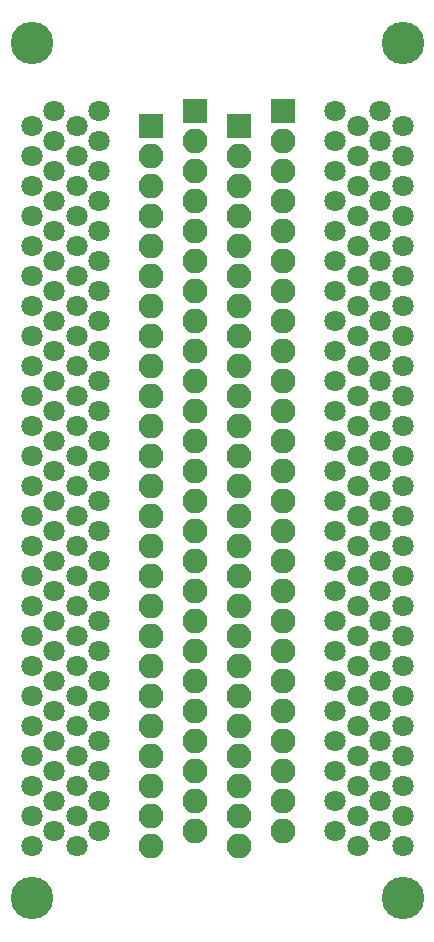
<source format=gbr>
G04 #@! TF.FileFunction,Soldermask,Bot*
%FSLAX46Y46*%
G04 Gerber Fmt 4.6, Leading zero omitted, Abs format (unit mm)*
G04 Created by KiCad (PCBNEW 4.0.7-e2-6376~61~ubuntu18.04.1) date Tue Sep  1 21:44:30 2020*
%MOMM*%
%LPD*%
G01*
G04 APERTURE LIST*
%ADD10C,0.100000*%
%ADD11C,1.800000*%
%ADD12C,3.600000*%
%ADD13R,2.100000X2.100000*%
%ADD14O,2.100000X2.100000*%
G04 APERTURE END LIST*
D10*
D11*
X190760000Y-128485000D03*
X190760000Y-125945000D03*
X190760000Y-123405000D03*
X190760000Y-120865000D03*
X190760000Y-118325000D03*
X190760000Y-115785000D03*
X190760000Y-113245000D03*
X190760000Y-110705000D03*
X190760000Y-108165000D03*
X190760000Y-105625000D03*
X190760000Y-103085000D03*
X190760000Y-100545000D03*
X190760000Y-98005000D03*
X190760000Y-95465000D03*
X190760000Y-92925000D03*
X190760000Y-90385000D03*
X190760000Y-87845000D03*
X190760000Y-85305000D03*
X190760000Y-82765000D03*
X190760000Y-80225000D03*
X190760000Y-77685000D03*
X190760000Y-75145000D03*
X190760000Y-72605000D03*
X190760000Y-70065000D03*
X190760000Y-67525000D03*
X188855000Y-129755000D03*
X188855000Y-127215000D03*
X188855000Y-124675000D03*
X188855000Y-122135000D03*
X188855000Y-119595000D03*
X188855000Y-117055000D03*
X188855000Y-114515000D03*
X188855000Y-111975000D03*
X188855000Y-109435000D03*
X188855000Y-106895000D03*
X188855000Y-104355000D03*
X188855000Y-101815000D03*
X188855000Y-99275000D03*
X188855000Y-96735000D03*
X188855000Y-94195000D03*
X188855000Y-91655000D03*
X188855000Y-89115000D03*
X188855000Y-86575000D03*
X188855000Y-84035000D03*
X188855000Y-81495000D03*
X188855000Y-78955000D03*
X188855000Y-76415000D03*
X188855000Y-73875000D03*
X188855000Y-71335000D03*
X188855000Y-68795000D03*
X186950000Y-128485000D03*
X186950000Y-125945000D03*
X186950000Y-123405000D03*
X186950000Y-120865000D03*
X186950000Y-118325000D03*
X186950000Y-115785000D03*
X186950000Y-113245000D03*
X186950000Y-110705000D03*
X186950000Y-108165000D03*
X186950000Y-105625000D03*
X186950000Y-103085000D03*
X186950000Y-100545000D03*
X186950000Y-98005000D03*
X186950000Y-95465000D03*
X186950000Y-92925000D03*
X186950000Y-90385000D03*
X186950000Y-87845000D03*
X186950000Y-85305000D03*
X186950000Y-82765000D03*
X186950000Y-80225000D03*
X186950000Y-77685000D03*
X186950000Y-75145000D03*
X186950000Y-72605000D03*
X186950000Y-70065000D03*
X186950000Y-67525000D03*
X192665000Y-129755000D03*
X192665000Y-127215000D03*
X192665000Y-124675000D03*
X192665000Y-122135000D03*
X192665000Y-119595000D03*
X192665000Y-117055000D03*
X192665000Y-114515000D03*
X192665000Y-111975000D03*
X192665000Y-109435000D03*
X192665000Y-106895000D03*
X192665000Y-104355000D03*
X192665000Y-101815000D03*
X192665000Y-99275000D03*
X192665000Y-96735000D03*
X192665000Y-94195000D03*
X192665000Y-91655000D03*
X192665000Y-89115000D03*
X192665000Y-86575000D03*
X192665000Y-84035000D03*
X192665000Y-81495000D03*
X192665000Y-78955000D03*
X192665000Y-76415000D03*
X192665000Y-73875000D03*
X192665000Y-71335000D03*
X192665000Y-68795000D03*
D12*
X192665000Y-61810000D03*
X192665000Y-134200000D03*
D11*
X163140000Y-128485000D03*
X163140000Y-125945000D03*
X163140000Y-123405000D03*
X163140000Y-120865000D03*
X163140000Y-118325000D03*
X163140000Y-115785000D03*
X163140000Y-113245000D03*
X163140000Y-110705000D03*
X163140000Y-108165000D03*
X163140000Y-105625000D03*
X163140000Y-103085000D03*
X163140000Y-100545000D03*
X163140000Y-98005000D03*
X163140000Y-95465000D03*
X163140000Y-92925000D03*
X163140000Y-90385000D03*
X163140000Y-87845000D03*
X163140000Y-85305000D03*
X163140000Y-82765000D03*
X163140000Y-80225000D03*
X163140000Y-77685000D03*
X163140000Y-75145000D03*
X163140000Y-72605000D03*
X163140000Y-70065000D03*
X163140000Y-67525000D03*
X165045000Y-129755000D03*
X165045000Y-127215000D03*
X165045000Y-124675000D03*
X165045000Y-122135000D03*
X165045000Y-119595000D03*
X165045000Y-117055000D03*
X165045000Y-114515000D03*
X165045000Y-111975000D03*
X165045000Y-109435000D03*
X165045000Y-106895000D03*
X165045000Y-104355000D03*
X165045000Y-101815000D03*
X165045000Y-99275000D03*
X165045000Y-96735000D03*
X165045000Y-94195000D03*
X165045000Y-91655000D03*
X165045000Y-89115000D03*
X165045000Y-86575000D03*
X165045000Y-84035000D03*
X165045000Y-81495000D03*
X165045000Y-78955000D03*
X165045000Y-76415000D03*
X165045000Y-73875000D03*
X165045000Y-71335000D03*
X165045000Y-68795000D03*
X166950000Y-128485000D03*
X166950000Y-125945000D03*
X166950000Y-123405000D03*
X166950000Y-120865000D03*
X166950000Y-118325000D03*
X166950000Y-115785000D03*
X166950000Y-113245000D03*
X166950000Y-110705000D03*
X166950000Y-108165000D03*
X166950000Y-105625000D03*
X166950000Y-103085000D03*
X166950000Y-100545000D03*
X166950000Y-98005000D03*
X166950000Y-95465000D03*
X166950000Y-92925000D03*
X166950000Y-90385000D03*
X166950000Y-87845000D03*
X166950000Y-85305000D03*
X166950000Y-82765000D03*
X166950000Y-80225000D03*
X166950000Y-77685000D03*
X166950000Y-75145000D03*
X166950000Y-72605000D03*
X166950000Y-70065000D03*
X166950000Y-67525000D03*
X161235000Y-129755000D03*
X161235000Y-127215000D03*
X161235000Y-124675000D03*
X161235000Y-122135000D03*
X161235000Y-119595000D03*
X161235000Y-117055000D03*
X161235000Y-114515000D03*
X161235000Y-111975000D03*
X161235000Y-109435000D03*
X161235000Y-106895000D03*
X161235000Y-104355000D03*
X161235000Y-101815000D03*
X161235000Y-99275000D03*
X161235000Y-96735000D03*
X161235000Y-94195000D03*
X161235000Y-91655000D03*
X161235000Y-89115000D03*
X161235000Y-86575000D03*
X161235000Y-84035000D03*
X161235000Y-81495000D03*
X161235000Y-78955000D03*
X161235000Y-76415000D03*
X161235000Y-73875000D03*
X161235000Y-71335000D03*
X161235000Y-68795000D03*
D12*
X161235000Y-61810000D03*
X161235000Y-134200000D03*
D13*
X175075000Y-67525000D03*
D14*
X175075000Y-70065000D03*
X175075000Y-72605000D03*
X175075000Y-75145000D03*
X175075000Y-77685000D03*
X175075000Y-80225000D03*
X175075000Y-82765000D03*
X175075000Y-85305000D03*
X175075000Y-87845000D03*
X175075000Y-90385000D03*
X175075000Y-92925000D03*
X175075000Y-95465000D03*
X175075000Y-98005000D03*
X175075000Y-100545000D03*
X175075000Y-103085000D03*
X175075000Y-105625000D03*
X175075000Y-108165000D03*
X175075000Y-110705000D03*
X175075000Y-113245000D03*
X175075000Y-115785000D03*
X175075000Y-118325000D03*
X175075000Y-120865000D03*
X175075000Y-123405000D03*
X175075000Y-125945000D03*
X175075000Y-128485000D03*
D13*
X182525000Y-67525000D03*
D14*
X182525000Y-70065000D03*
X182525000Y-72605000D03*
X182525000Y-75145000D03*
X182525000Y-77685000D03*
X182525000Y-80225000D03*
X182525000Y-82765000D03*
X182525000Y-85305000D03*
X182525000Y-87845000D03*
X182525000Y-90385000D03*
X182525000Y-92925000D03*
X182525000Y-95465000D03*
X182525000Y-98005000D03*
X182525000Y-100545000D03*
X182525000Y-103085000D03*
X182525000Y-105625000D03*
X182525000Y-108165000D03*
X182525000Y-110705000D03*
X182525000Y-113245000D03*
X182525000Y-115785000D03*
X182525000Y-118325000D03*
X182525000Y-120865000D03*
X182525000Y-123405000D03*
X182525000Y-125945000D03*
X182525000Y-128485000D03*
D13*
X171350000Y-68800000D03*
D14*
X171350000Y-71340000D03*
X171350000Y-73880000D03*
X171350000Y-76420000D03*
X171350000Y-78960000D03*
X171350000Y-81500000D03*
X171350000Y-84040000D03*
X171350000Y-86580000D03*
X171350000Y-89120000D03*
X171350000Y-91660000D03*
X171350000Y-94200000D03*
X171350000Y-96740000D03*
X171350000Y-99280000D03*
X171350000Y-101820000D03*
X171350000Y-104360000D03*
X171350000Y-106900000D03*
X171350000Y-109440000D03*
X171350000Y-111980000D03*
X171350000Y-114520000D03*
X171350000Y-117060000D03*
X171350000Y-119600000D03*
X171350000Y-122140000D03*
X171350000Y-124680000D03*
X171350000Y-127220000D03*
X171350000Y-129760000D03*
D13*
X178800000Y-68800000D03*
D14*
X178800000Y-71340000D03*
X178800000Y-73880000D03*
X178800000Y-76420000D03*
X178800000Y-78960000D03*
X178800000Y-81500000D03*
X178800000Y-84040000D03*
X178800000Y-86580000D03*
X178800000Y-89120000D03*
X178800000Y-91660000D03*
X178800000Y-94200000D03*
X178800000Y-96740000D03*
X178800000Y-99280000D03*
X178800000Y-101820000D03*
X178800000Y-104360000D03*
X178800000Y-106900000D03*
X178800000Y-109440000D03*
X178800000Y-111980000D03*
X178800000Y-114520000D03*
X178800000Y-117060000D03*
X178800000Y-119600000D03*
X178800000Y-122140000D03*
X178800000Y-124680000D03*
X178800000Y-127220000D03*
X178800000Y-129760000D03*
M02*

</source>
